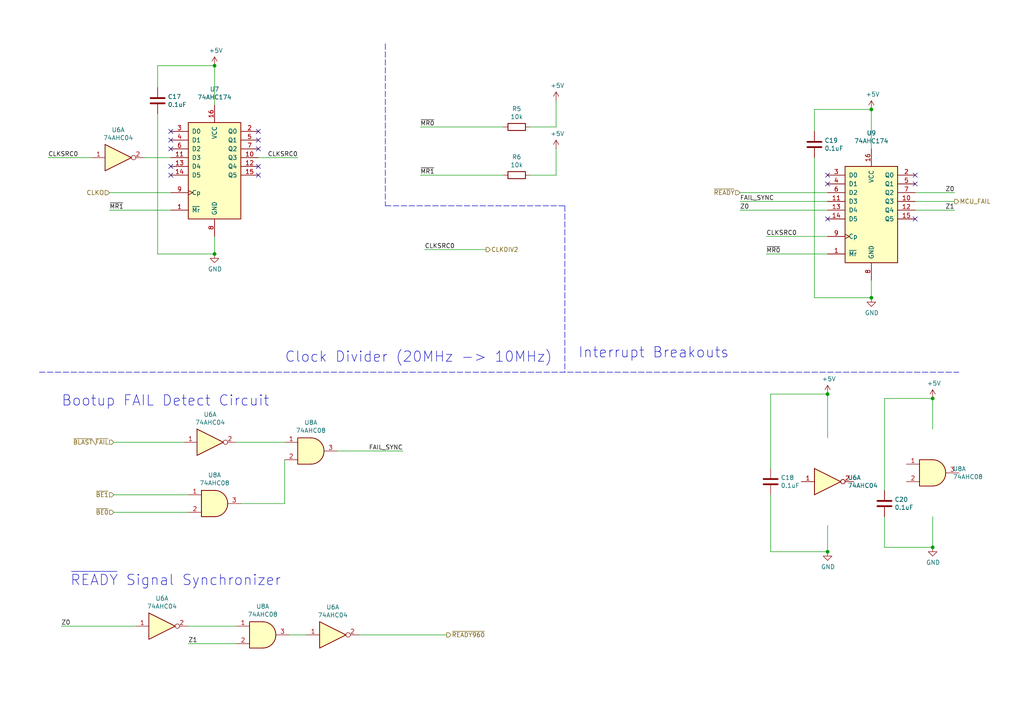
<source format=kicad_sch>
(kicad_sch (version 20211123) (generator eeschema)
  (paper "A4")
  (lib_symbols
    (symbol "74xx:74LS04"
      (property "Reference" "U" (at 0 1.27 0))
      (property "Value" "74LS04" (at 0 -1.27 0))
      (symbol "74LS04_1_0"
        (polyline (pts (xy -3.81 3.81) (xy -3.81 -3.81) (xy 3.81 0) (xy -3.81 3.81)) (stroke (width 0.254)) (fill (type background)))
        (pin input line (at -7.62 0 0) (length 3.81) (name "~") (number "1"))
        (pin output inverted (at 7.62 0 180) (length 3.81) (name "~") (number "2"))
      )
      (symbol "74LS04_2_0"
        (polyline (pts (xy -3.81 3.81) (xy -3.81 -3.81) (xy 3.81 0) (xy -3.81 3.81)) (stroke (width 0.254)) (fill (type background)))
        (pin input line (at -7.62 0 0) (length 3.81) (name "~") (number "3"))
        (pin output inverted (at 7.62 0 180) (length 3.81) (name "~") (number "4"))
      )
      (symbol "74LS04_3_0"
        (polyline (pts (xy -3.81 3.81) (xy -3.81 -3.81) (xy 3.81 0) (xy -3.81 3.81)) (stroke (width 0.254)) (fill (type background)))
        (pin input line (at -7.62 0 0) (length 3.81) (name "~") (number "5"))
        (pin output inverted (at 7.62 0 180) (length 3.81) (name "~") (number "6"))
      )
      (symbol "74LS04_4_0"
        (polyline (pts (xy -3.81 3.81) (xy -3.81 -3.81) (xy 3.81 0) (xy -3.81 3.81)) (stroke (width 0.254)) (fill (type background)))
        (pin output inverted (at 7.62 0 180) (length 3.81) (name "~") (number "8"))
        (pin input line (at -7.62 0 0) (length 3.81) (name "~") (number "9"))
      )
      (symbol "74LS04_5_0"
        (polyline (pts (xy -3.81 3.81) (xy -3.81 -3.81) (xy 3.81 0) (xy -3.81 3.81)) (stroke (width 0.254)) (fill (type background)))
        (pin output inverted (at 7.62 0 180) (length 3.81) (name "~") (number "10"))
        (pin input line (at -7.62 0 0) (length 3.81) (name "~") (number "11"))
      )
      (symbol "74LS04_6_0"
        (polyline (pts (xy -3.81 3.81) (xy -3.81 -3.81) (xy 3.81 0) (xy -3.81 3.81)) (stroke (width 0.254)) (fill (type background)))
        (pin output inverted (at 7.62 0 180) (length 3.81) (name "~") (number "12"))
        (pin input line (at -7.62 0 0) (length 3.81) (name "~") (number "13"))
      )
      (symbol "74LS04_7_0"
        (pin power_in line (at 0 12.7 270) (length 5.08) (name "VCC") (number "14"))
        (pin power_in line (at 0 -12.7 90) (length 5.08) (name "GND") (number "7"))
      )
      (symbol "74LS04_7_1"
        (rectangle (start -5.08 7.62) (end 5.08 -7.62) (stroke (width 0.254)) (fill (type background)))
      )
    )
    (symbol "74xx:74LS08" (pin_names (offset 1.016))
      (property "Reference" "U" (at 0 1.27 0))
      (property "Value" "74LS08" (at 0 -1.27 0))
      (symbol "74LS08_1_1"
        (arc (start 0 -3.81) (mid 3.81 0) (end 0 3.81) (stroke (width 0.254)) (fill (type background)))
        (polyline (pts (xy 0 3.81) (xy -3.81 3.81) (xy -3.81 -3.81) (xy 0 -3.81)) (stroke (width 0.254)) (fill (type background)))
        (pin input line (at -7.62 2.54 0) (length 3.81) (name "~") (number "1"))
        (pin input line (at -7.62 -2.54 0) (length 3.81) (name "~") (number "2"))
        (pin output line (at 7.62 0 180) (length 3.81) (name "~") (number "3"))
      )
      (symbol "74LS08_1_2"
        (arc (start -3.81 -3.81) (mid -2.589 0) (end -3.81 3.81) (stroke (width 0.254)))
        (arc (start -0.6096 -3.81) (mid 2.1855 -2.584) (end 3.81 0) (stroke (width 0.254)) (fill (type background)))
        (polyline (pts (xy -3.81 -3.81) (xy -0.635 -3.81)) (stroke (width 0.254)) (fill (type background)))
        (polyline (pts (xy -3.81 3.81) (xy -0.635 3.81)) (stroke (width 0.254)) (fill (type background)))
        (polyline (pts (xy -0.635 3.81) (xy -3.81 3.81) (xy -3.81 3.81) (xy -3.556 3.4036) (xy -3.0226 2.2606) (xy -2.6924 1.0414) (xy -2.6162 -0.254) (xy -2.7686 -1.4986) (xy -3.175 -2.7178) (xy -3.81 -3.81) (xy -3.81 -3.81) (xy -0.635 -3.81)) (stroke (width -25.4)) (fill (type background)))
        (arc (start 3.81 0) (mid 2.1928 2.5925) (end -0.6096 3.81) (stroke (width 0.254)) (fill (type background)))
        (pin input inverted (at -7.62 2.54 0) (length 4.318) (name "~") (number "1"))
        (pin input inverted (at -7.62 -2.54 0) (length 4.318) (name "~") (number "2"))
        (pin output inverted (at 7.62 0 180) (length 3.81) (name "~") (number "3"))
      )
      (symbol "74LS08_2_1"
        (arc (start 0 -3.81) (mid 3.81 0) (end 0 3.81) (stroke (width 0.254)) (fill (type background)))
        (polyline (pts (xy 0 3.81) (xy -3.81 3.81) (xy -3.81 -3.81) (xy 0 -3.81)) (stroke (width 0.254)) (fill (type background)))
        (pin input line (at -7.62 2.54 0) (length 3.81) (name "~") (number "4"))
        (pin input line (at -7.62 -2.54 0) (length 3.81) (name "~") (number "5"))
        (pin output line (at 7.62 0 180) (length 3.81) (name "~") (number "6"))
      )
      (symbol "74LS08_2_2"
        (arc (start -3.81 -3.81) (mid -2.589 0) (end -3.81 3.81) (stroke (width 0.254)))
        (arc (start -0.6096 -3.81) (mid 2.1855 -2.584) (end 3.81 0) (stroke (width 0.254)) (fill (type background)))
        (polyline (pts (xy -3.81 -3.81) (xy -0.635 -3.81)) (stroke (width 0.254)) (fill (type background)))
        (polyline (pts (xy -3.81 3.81) (xy -0.635 3.81)) (stroke (width 0.254)) (fill (type background)))
        (polyline (pts (xy -0.635 3.81) (xy -3.81 3.81) (xy -3.81 3.81) (xy -3.556 3.4036) (xy -3.0226 2.2606) (xy -2.6924 1.0414) (xy -2.6162 -0.254) (xy -2.7686 -1.4986) (xy -3.175 -2.7178) (xy -3.81 -3.81) (xy -3.81 -3.81) (xy -0.635 -3.81)) (stroke (width -25.4)) (fill (type background)))
        (arc (start 3.81 0) (mid 2.1928 2.5925) (end -0.6096 3.81) (stroke (width 0.254)) (fill (type background)))
        (pin input inverted (at -7.62 2.54 0) (length 4.318) (name "~") (number "4"))
        (pin input inverted (at -7.62 -2.54 0) (length 4.318) (name "~") (number "5"))
        (pin output inverted (at 7.62 0 180) (length 3.81) (name "~") (number "6"))
      )
      (symbol "74LS08_3_1"
        (arc (start 0 -3.81) (mid 3.81 0) (end 0 3.81) (stroke (width 0.254)) (fill (type background)))
        (polyline (pts (xy 0 3.81) (xy -3.81 3.81) (xy -3.81 -3.81) (xy 0 -3.81)) (stroke (width 0.254)) (fill (type background)))
        (pin input line (at -7.62 -2.54 0) (length 3.81) (name "~") (number "10"))
        (pin output line (at 7.62 0 180) (length 3.81) (name "~") (number "8"))
        (pin input line (at -7.62 2.54 0) (length 3.81) (name "~") (number "9"))
      )
      (symbol "74LS08_3_2"
        (arc (start -3.81 -3.81) (mid -2.589 0) (end -3.81 3.81) (stroke (width 0.254)))
        (arc (start -0.6096 -3.81) (mid 2.1855 -2.584) (end 3.81 0) (stroke (width 0.254)) (fill (type background)))
        (polyline (pts (xy -3.81 -3.81) (xy -0.635 -3.81)) (stroke (width 0.254)) (fill (type background)))
        (polyline (pts (xy -3.81 3.81) (xy -0.635 3.81)) (stroke (width 0.254)) (fill (type background)))
        (polyline (pts (xy -0.635 3.81) (xy -3.81 3.81) (xy -3.81 3.81) (xy -3.556 3.4036) (xy -3.0226 2.2606) (xy -2.6924 1.0414) (xy -2.6162 -0.254) (xy -2.7686 -1.4986) (xy -3.175 -2.7178) (xy -3.81 -3.81) (xy -3.81 -3.81) (xy -0.635 -3.81)) (stroke (width -25.4)) (fill (type background)))
        (arc (start 3.81 0) (mid 2.1928 2.5925) (end -0.6096 3.81) (stroke (width 0.254)) (fill (type background)))
        (pin input inverted (at -7.62 -2.54 0) (length 4.318) (name "~") (number "10"))
        (pin output inverted (at 7.62 0 180) (length 3.81) (name "~") (number "8"))
        (pin input inverted (at -7.62 2.54 0) (length 4.318) (name "~") (number "9"))
      )
      (symbol "74LS08_4_1"
        (arc (start 0 -3.81) (mid 3.81 0) (end 0 3.81) (stroke (width 0.254)) (fill (type background)))
        (polyline (pts (xy 0 3.81) (xy -3.81 3.81) (xy -3.81 -3.81) (xy 0 -3.81)) (stroke (width 0.254)) (fill (type background)))
        (pin output line (at 7.62 0 180) (length 3.81) (name "~") (number "11"))
        (pin input line (at -7.62 2.54 0) (length 3.81) (name "~") (number "12"))
        (pin input line (at -7.62 -2.54 0) (length 3.81) (name "~") (number "13"))
      )
      (symbol "74LS08_4_2"
        (arc (start -3.81 -3.81) (mid -2.589 0) (end -3.81 3.81) (stroke (width 0.254)))
        (arc (start -0.6096 -3.81) (mid 2.1855 -2.584) (end 3.81 0) (stroke (width 0.254)) (fill (type background)))
        (polyline (pts (xy -3.81 -3.81) (xy -0.635 -3.81)) (stroke (width 0.254)) (fill (type background)))
        (polyline (pts (xy -3.81 3.81) (xy -0.635 3.81)) (stroke (width 0.254)) (fill (type background)))
        (polyline (pts (xy -0.635 3.81) (xy -3.81 3.81) (xy -3.81 3.81) (xy -3.556 3.4036) (xy -3.0226 2.2606) (xy -2.6924 1.0414) (xy -2.6162 -0.254) (xy -2.7686 -1.4986) (xy -3.175 -2.7178) (xy -3.81 -3.81) (xy -3.81 -3.81) (xy -0.635 -3.81)) (stroke (width -25.4)) (fill (type background)))
        (arc (start 3.81 0) (mid 2.1928 2.5925) (end -0.6096 3.81) (stroke (width 0.254)) (fill (type background)))
        (pin output inverted (at 7.62 0 180) (length 3.81) (name "~") (number "11"))
        (pin input inverted (at -7.62 2.54 0) (length 4.318) (name "~") (number "12"))
        (pin input inverted (at -7.62 -2.54 0) (length 4.318) (name "~") (number "13"))
      )
      (symbol "74LS08_5_0"
        (pin power_in line (at 0 12.7 270) (length 5.08) (name "VCC") (number "14"))
        (pin power_in line (at 0 -12.7 90) (length 5.08) (name "GND") (number "7"))
      )
      (symbol "74LS08_5_1"
        (rectangle (start -5.08 7.62) (end 5.08 -7.62) (stroke (width 0.254)) (fill (type background)))
      )
    )
    (symbol "74xx:74LS174" (pin_names (offset 1.016))
      (property "Reference" "U" (at -7.62 13.97 0))
      (property "Value" "74LS174" (at -7.62 -16.51 0))
      (symbol "74LS174_1_0"
        (pin input line (at -12.7 -12.7 0) (length 5.08) (name "~{Mr}") (number "1"))
        (pin output line (at 12.7 2.54 180) (length 5.08) (name "Q3") (number "10"))
        (pin input line (at -12.7 2.54 0) (length 5.08) (name "D3") (number "11"))
        (pin output line (at 12.7 0 180) (length 5.08) (name "Q4") (number "12"))
        (pin input line (at -12.7 0 0) (length 5.08) (name "D4") (number "13"))
        (pin input line (at -12.7 -2.54 0) (length 5.08) (name "D5") (number "14"))
        (pin output line (at 12.7 -2.54 180) (length 5.08) (name "Q5") (number "15"))
        (pin power_in line (at 0 17.78 270) (length 5.08) (name "VCC") (number "16"))
        (pin output line (at 12.7 10.16 180) (length 5.08) (name "Q0") (number "2"))
        (pin input line (at -12.7 10.16 0) (length 5.08) (name "D0") (number "3"))
        (pin input line (at -12.7 7.62 0) (length 5.08) (name "D1") (number "4"))
        (pin output line (at 12.7 7.62 180) (length 5.08) (name "Q1") (number "5"))
        (pin input line (at -12.7 5.08 0) (length 5.08) (name "D2") (number "6"))
        (pin output line (at 12.7 5.08 180) (length 5.08) (name "Q2") (number "7"))
        (pin power_in line (at 0 -20.32 90) (length 5.08) (name "GND") (number "8"))
        (pin input clock (at -12.7 -7.62 0) (length 5.08) (name "Cp") (number "9"))
      )
      (symbol "74LS174_1_1"
        (rectangle (start -7.62 12.7) (end 7.62 -15.24) (stroke (width 0.254)) (fill (type background)))
      )
    )
    (symbol "Device:C" (pin_numbers hide) (pin_names (offset 0.254))
      (property "Reference" "C" (at 0.635 2.54 0))
      (property "Value" "C" (at 0.635 -2.54 0))
      (symbol "C_0_1"
        (polyline (pts (xy -2.032 -0.762) (xy 2.032 -0.762)) (stroke (width 0.508)))
        (polyline (pts (xy -2.032 0.762) (xy 2.032 0.762)) (stroke (width 0.508)))
      )
      (symbol "C_1_1"
        (pin passive line (at 0 3.81 270) (length 2.794) (name "~") (number "1"))
        (pin passive line (at 0 -3.81 90) (length 2.794) (name "~") (number "2"))
      )
    )
    (symbol "Device:R" (pin_numbers hide) (pin_names (offset 0))
      (property "Reference" "R" (at 2.032 0 90))
      (property "Value" "R" (at 0 0 90))
      (symbol "R_0_1"
        (rectangle (start -1.016 -2.54) (end 1.016 2.54) (stroke (width 0.254)))
      )
      (symbol "R_1_1"
        (pin passive line (at 0 3.81 270) (length 1.27) (name "~") (number "1"))
        (pin passive line (at 0 -3.81 90) (length 1.27) (name "~") (number "2"))
      )
    )
    (symbol "power:+5V" (power) (pin_names (offset 0))
      (property "Value" "+5V" (at 0 3.556 0))
      (symbol "+5V_0_1"
        (polyline (pts (xy -0.762 1.27) (xy 0 2.54)))
        (polyline (pts (xy 0 0) (xy 0 2.54)))
        (polyline (pts (xy 0 2.54) (xy 0.762 1.27)))
      )
      (symbol "+5V_1_1"
        (pin power_in line (at 0 0 90) (length 0) hide (name "+5V") (number "1"))
      )
    )
    (symbol "power:GND" (power) (pin_names (offset 0))
      (property "Value" "GND" (at 0 -3.81 0))
      (symbol "GND_0_1"
        (polyline (pts (xy 0 0) (xy 0 -1.27) (xy 1.27 -1.27) (xy 0 -2.54) (xy -1.27 -1.27) (xy 0 -1.27)))
      )
      (symbol "GND_1_1"
        (pin power_in line (at 0 0 270) (length 0) hide (name "GND") (number "1"))
      )
    )
  )
  (junction (at 270.51 158.75))
  (junction (at 62.23 73.66))
  (junction (at 252.73 86.36))
  (junction (at 240.03 114.3))
  (junction (at 270.51 115.57))
  (junction (at 62.23 19.05))
  (junction (at 240.03 160.02))
  (junction (at 252.73 31.75))
  (no_connect (at 265.43 50.8))
  (no_connect (at 265.43 53.34))
  (no_connect (at 49.53 50.8))
  (no_connect (at 265.43 63.5))
  (no_connect (at 74.93 50.8))
  (no_connect (at 49.53 43.18))
  (no_connect (at 74.93 48.26))
  (no_connect (at 240.03 50.8))
  (no_connect (at 240.03 53.34))
  (no_connect (at 49.53 48.26))
  (no_connect (at 240.03 63.5))
  (no_connect (at 74.93 40.64))
  (no_connect (at 74.93 43.18))
  (no_connect (at 74.93 38.1))
  (no_connect (at 49.53 38.1))
  (no_connect (at 49.53 40.64))
  (wire (pts (xy 240.03 55.88) (xy 214.63 55.88)))
  (wire (pts (xy 256.54 115.57) (xy 256.54 142.24)))
  (wire (pts (xy 270.51 158.75) (xy 270.51 149.86)))
  (wire (pts (xy 240.03 58.42) (xy 214.63 58.42)))
  (wire (pts (xy 62.23 19.05) (xy 45.72 19.05)))
  (wire (pts (xy 256.54 149.86) (xy 256.54 158.75)))
  (polyline (pts (xy 111.76 12.7) (xy 111.76 59.69)))
  (wire (pts (xy 62.23 30.48) (xy 62.23 19.05)))
  (wire (pts (xy 33.02 143.51) (xy 54.61 143.51)))
  (wire (pts (xy 121.92 36.83) (xy 146.05 36.83)))
  (wire (pts (xy 45.72 19.05) (xy 45.72 25.4)))
  (wire (pts (xy 236.22 45.72) (xy 236.22 86.36)))
  (wire (pts (xy 54.61 181.61) (xy 68.58 181.61)))
  (wire (pts (xy 265.43 60.96) (xy 276.86 60.96)))
  (wire (pts (xy 265.43 55.88) (xy 276.86 55.88)))
  (wire (pts (xy 13.97 45.72) (xy 26.67 45.72)))
  (wire (pts (xy 82.55 146.05) (xy 82.55 133.35)))
  (wire (pts (xy 49.53 55.88) (xy 31.75 55.88)))
  (wire (pts (xy 54.61 186.69) (xy 68.58 186.69)))
  (wire (pts (xy 240.03 73.66) (xy 222.25 73.66)))
  (wire (pts (xy 68.58 128.27) (xy 82.55 128.27)))
  (wire (pts (xy 240.03 68.58) (xy 222.25 68.58)))
  (wire (pts (xy 223.52 114.3) (xy 223.52 135.89)))
  (wire (pts (xy 240.03 127) (xy 240.03 114.3)))
  (wire (pts (xy 62.23 73.66) (xy 62.23 68.58)))
  (wire (pts (xy 41.91 45.72) (xy 49.53 45.72)))
  (wire (pts (xy 69.85 146.05) (xy 82.55 146.05)))
  (wire (pts (xy 123.19 72.39) (xy 140.97 72.39)))
  (wire (pts (xy 256.54 158.75) (xy 270.51 158.75)))
  (wire (pts (xy 17.78 181.61) (xy 39.37 181.61)))
  (wire (pts (xy 270.51 124.46) (xy 270.51 115.57)))
  (wire (pts (xy 270.51 115.57) (xy 256.54 115.57)))
  (wire (pts (xy 161.29 29.21) (xy 161.29 36.83)))
  (wire (pts (xy 153.67 50.8) (xy 161.29 50.8)))
  (wire (pts (xy 276.86 58.42) (xy 265.43 58.42)))
  (wire (pts (xy 45.72 33.02) (xy 45.72 73.66)))
  (wire (pts (xy 240.03 160.02) (xy 240.03 152.4)))
  (wire (pts (xy 104.14 184.15) (xy 129.54 184.15)))
  (wire (pts (xy 116.84 130.81) (xy 97.79 130.81)))
  (wire (pts (xy 74.93 45.72) (xy 86.36 45.72)))
  (wire (pts (xy 236.22 31.75) (xy 236.22 38.1)))
  (wire (pts (xy 49.53 60.96) (xy 31.75 60.96)))
  (wire (pts (xy 252.73 86.36) (xy 252.73 81.28)))
  (wire (pts (xy 54.61 148.59) (xy 33.02 148.59)))
  (wire (pts (xy 252.73 43.18) (xy 252.73 31.75)))
  (wire (pts (xy 252.73 31.75) (xy 236.22 31.75)))
  (wire (pts (xy 88.9 184.15) (xy 83.82 184.15)))
  (wire (pts (xy 240.03 114.3) (xy 223.52 114.3)))
  (polyline (pts (xy 11.43 107.95) (xy 278.13 107.95)))
  (wire (pts (xy 161.29 43.18) (xy 161.29 50.8)))
  (polyline (pts (xy 111.76 59.69) (xy 163.83 59.69)))
  (polyline (pts (xy 163.83 59.69) (xy 163.83 107.95)))
  (wire (pts (xy 121.92 50.8) (xy 146.05 50.8)))
  (wire (pts (xy 236.22 86.36) (xy 252.73 86.36)))
  (wire (pts (xy 240.03 60.96) (xy 214.63 60.96)))
  (wire (pts (xy 223.52 143.51) (xy 223.52 160.02)))
  (wire (pts (xy 223.52 160.02) (xy 240.03 160.02)))
  (wire (pts (xy 53.34 128.27) (xy 33.02 128.27)))
  (wire (pts (xy 153.67 36.83) (xy 161.29 36.83)))
  (wire (pts (xy 45.72 73.66) (xy 62.23 73.66)))
  (text "Interrupt Breakouts" (at 167.64 104.14 0) (effects (font (size 2.9972 2.9972)) (justify left bottom)))
  (text "Clock Divider (20MHz -> 10MHz)" (at 82.55 105.41 0) (effects (font (size 2.9972 2.9972)) (justify left bottom)))
  (text "Bootup FAIL Detect Circuit" (at 17.78 118.11 0) (effects (font (size 2.9972 2.9972)) (justify left bottom)))
  (text "~{READY} Signal Synchronizer" (at 20.32 170.18 0) (effects (font (size 2.9972 2.9972)) (justify left bottom)))
  (label "FAIL_SYNC" (at 116.84 130.81 180))
  (label "FAIL_SYNC" (at 214.63 58.42 0))
  (label "~{MR0}" (at 121.92 36.83 0))
  (label "CLKSRC0" (at 123.19 72.39 0))
  (label "CLKSRC0" (at 222.25 68.58 0) (effects (font (size 1.2954 1.2954))))
  (label "CLKSRC0" (at 13.97 45.72 0))
  (label "~{MR1}" (at 31.75 60.96 0))
  (label "Z0" (at 276.86 55.88 180) (effects (font (size 1.2954 1.2954))))
  (label "Z1" (at 54.61 186.69 0) (effects (font (size 1.2954 1.2954))))
  (label "~{MR0}" (at 222.25 73.66 0))
  (label "~{MR1}" (at 121.92 50.8 0))
  (label "Z1" (at 276.86 60.96 180) (effects (font (size 1.2954 1.2954))))
  (label "CLKSRC0" (at 86.36 45.72 180))
  (label "Z0" (at 17.78 181.61 0) (effects (font (size 1.2954 1.2954))))
  (label "Z0" (at 214.63 60.96 0) (effects (font (size 1.2954 1.2954))))
  (hierarchical_label "~{READY960}" (shape output) (at 129.54 184.15 0))
  (hierarchical_label "~{BE1}" (shape input) (at 33.02 143.51 180))
  (hierarchical_label "CLKDIV2" (shape output) (at 140.97 72.39 0))
  (hierarchical_label "MCU_FAIL" (shape output) (at 276.86 58.42 0))
  (hierarchical_label "~{BE0}" (shape input) (at 33.02 148.59 180))
  (hierarchical_label "~{BLAST}\\~{FAIL}" (shape input) (at 33.02 128.27 180))
  (hierarchical_label "CLKO" (shape input) (at 31.75 55.88 180) (effects (font (size 1.2954 1.2954))))
  (hierarchical_label "~{READY}" (shape input) (at 214.63 55.88 180) (effects (font (size 1.2954 1.2954))))
  (symbol (lib_id "power:+5V") (at 161.29 43.18 0)
    (property "Reference" "#PWR021" (effects hide))
    (property "Value" "+5V" (at 161.671 38.7858 0))
  )
  (symbol (lib_id "Device:R") (at 149.86 50.8 270)
    (property "Reference" "R6" (at 149.86 45.5422 90))
    (property "Value" "10k" (at 149.86 47.8536 90))
    (property "Footprint" "Resistor_SMD:R_0805_2012Metric_Pad1.20x1.40mm_HandSolder" (effects hide))
  )
  (symbol (lib_id "74xx:74LS174") (at 62.23 48.26 0)
    (property "Reference" "U7" (at 62.23 25.8826 0))
    (property "Value" "74AHC174" (at 62.23 28.194 0))
    (property "Footprint" "Package_SO:SOIC-16_3.9x9.9mm_P1.27mm" (effects hide))
    (property "Datasheet" "http://www.ti.com/lit/gpn/sn74LS174" (effects hide))
  )
  (symbol (lib_id "Device:C") (at 45.72 29.21 0)
    (property "Reference" "C17" (at 48.641 28.0416 0) (effects (justify left)))
    (property "Value" "0.1uF" (at 48.641 30.353 0) (effects (justify left)))
    (property "Footprint" "Capacitor_SMD:C_0805_2012Metric_Pad1.18x1.45mm_HandSolder" (effects hide))
  )
  (symbol (lib_id "power:+5V") (at 62.23 19.05 0)
    (property "Reference" "#PWR018" (effects hide))
    (property "Value" "+5V" (at 62.611 14.6558 0))
  )
  (symbol (lib_id "power:GND") (at 62.23 73.66 0)
    (property "Reference" "#PWR019" (effects hide))
    (property "Value" "GND" (at 62.357 78.0542 0))
  )
  (symbol (lib_id "74xx:74LS08") (at 76.2 184.15 0)
    (property "Reference" "U8" (at 76.2 175.895 0))
    (property "Value" "74AHC08" (at 76.2 178.2064 0))
    (property "Footprint" "Package_SO:SOIC-14_3.9x8.7mm_P1.27mm" (effects hide))
    (property "Datasheet" "http://www.ti.com/lit/gpn/sn74LS08" (effects hide))
  )
  (symbol (lib_id "74xx:74LS04") (at 96.52 184.15 0)
    (property "Reference" "U6" (at 96.52 176.0982 0))
    (property "Value" "74AHC04" (at 96.52 178.4096 0))
    (property "Footprint" "Package_SO:SOIC-14_3.9x8.7mm_P1.27mm" (effects hide))
    (property "Datasheet" "http://www.ti.com/lit/gpn/sn74LS04" (effects hide))
  )
  (symbol (lib_id "power:+5V") (at 161.29 29.21 0)
    (property "Reference" "#PWR020" (effects hide))
    (property "Value" "+5V" (at 161.671 24.8158 0))
  )
  (symbol (lib_id "Device:R") (at 149.86 36.83 270)
    (property "Reference" "R5" (at 149.86 31.5722 90))
    (property "Value" "10k" (at 149.86 33.8836 90))
    (property "Footprint" "Resistor_SMD:R_0805_2012Metric_Pad1.20x1.40mm_HandSolder" (effects hide))
  )
  (symbol (lib_id "74xx:74LS04") (at 34.29 45.72 0)
    (property "Reference" "U6" (at 34.29 37.6682 0))
    (property "Value" "74AHC04" (at 34.29 39.9796 0))
    (property "Footprint" "Package_SO:SOIC-14_3.9x8.7mm_P1.27mm" (effects hide))
    (property "Datasheet" "http://www.ti.com/lit/gpn/sn74LS04" (effects hide))
  )
  (symbol (lib_id "74xx:74LS04") (at 60.96 128.27 0)
    (property "Reference" "U6" (at 60.96 120.2182 0))
    (property "Value" "74AHC04" (at 60.96 122.5296 0))
    (property "Footprint" "Package_SO:SOIC-14_3.9x8.7mm_P1.27mm" (effects hide))
    (property "Datasheet" "http://www.ti.com/lit/gpn/sn74LS04" (effects hide))
  )
  (symbol (lib_id "74xx:74LS04") (at 46.99 181.61 0)
    (property "Reference" "U6" (at 46.99 173.5582 0))
    (property "Value" "74AHC04" (at 46.99 175.8696 0))
    (property "Footprint" "Package_SO:SOIC-14_3.9x8.7mm_P1.27mm" (effects hide))
    (property "Datasheet" "http://www.ti.com/lit/gpn/sn74LS04" (effects hide))
  )
  (symbol (lib_id "74xx:74LS08") (at 90.17 130.81 0)
    (property "Reference" "U8" (at 90.17 122.555 0))
    (property "Value" "74AHC08" (at 90.17 124.8664 0))
    (property "Footprint" "Package_SO:SOIC-14_3.9x8.7mm_P1.27mm" (effects hide))
    (property "Datasheet" "http://www.ti.com/lit/gpn/sn74LS08" (effects hide))
  )
  (symbol (lib_id "74xx:74LS08") (at 62.23 146.05 0)
    (property "Reference" "U8" (at 62.23 137.795 0))
    (property "Value" "74AHC08" (at 62.23 140.1064 0))
    (property "Footprint" "Package_SO:SOIC-14_3.9x8.7mm_P1.27mm" (effects hide))
    (property "Datasheet" "http://www.ti.com/lit/gpn/sn74LS08" (effects hide))
  )
  (symbol (lib_id "power:+5V") (at 270.51 115.57 0)
    (property "Reference" "#PWR033" (effects hide))
    (property "Value" "+5V" (at 270.891 111.1758 0))
  )
  (symbol (lib_id "power:GND") (at 270.51 158.75 0)
    (property "Reference" "#PWR034" (effects hide))
    (property "Value" "GND" (at 270.637 163.1442 0))
  )
  (symbol (lib_id "Device:C") (at 256.54 146.05 0)
    (property "Reference" "C20" (at 259.461 144.8816 0) (effects (justify left)))
    (property "Value" "0.1uF" (at 259.461 147.193 0) (effects (justify left)))
    (property "Footprint" "Capacitor_SMD:C_0805_2012Metric_Pad1.18x1.45mm_HandSolder" (effects hide))
  )
  (symbol (lib_id "74xx:74LS08") (at 270.51 137.16 0)
    (property "Reference" "U8" (at 276.352 135.9916 0) (effects (justify left)))
    (property "Value" "74AHC08" (at 276.352 138.303 0) (effects (justify left)))
    (property "Footprint" "Package_SO:SOIC-14_3.9x8.7mm_P1.27mm" (effects hide))
    (property "Datasheet" "http://www.ti.com/lit/gpn/sn74LS08" (effects hide))
  )
  (symbol (lib_id "74xx:74LS04") (at 240.03 139.7 0)
    (property "Reference" "U6" (at 245.872 138.5316 0) (effects (justify left)))
    (property "Value" "74AHC04" (at 245.872 140.843 0) (effects (justify left)))
    (property "Footprint" "Package_SO:SOIC-14_3.9x8.7mm_P1.27mm" (effects hide))
    (property "Datasheet" "http://www.ti.com/lit/gpn/sn74LS04" (effects hide))
  )
  (symbol (lib_id "power:+5V") (at 240.03 114.3 0)
    (property "Reference" "#PWR027" (effects hide))
    (property "Value" "+5V" (at 240.411 109.9058 0))
  )
  (symbol (lib_id "Device:C") (at 223.52 139.7 0)
    (property "Reference" "C18" (at 226.441 138.5316 0) (effects (justify left)))
    (property "Value" "0.1uF" (at 226.441 140.843 0) (effects (justify left)))
    (property "Footprint" "Capacitor_SMD:C_0805_2012Metric_Pad1.18x1.45mm_HandSolder" (effects hide))
  )
  (symbol (lib_id "power:GND") (at 240.03 160.02 0)
    (property "Reference" "#PWR028" (effects hide))
    (property "Value" "GND" (at 240.157 164.4142 0))
  )
  (symbol (lib_id "74xx:74LS174") (at 252.73 60.96 0)
    (property "Reference" "U9" (at 252.73 38.5826 0))
    (property "Value" "74AHC174" (at 252.73 40.894 0))
    (property "Footprint" "Package_SO:SOIC-16_3.9x9.9mm_P1.27mm" (effects hide))
    (property "Datasheet" "http://www.ti.com/lit/gpn/sn74LS174" (effects hide))
  )
  (symbol (lib_id "Device:C") (at 236.22 41.91 0)
    (property "Reference" "C19" (at 239.141 40.7416 0) (effects (justify left)))
    (property "Value" "0.1uF" (at 239.141 43.053 0) (effects (justify left)))
    (property "Footprint" "Capacitor_SMD:C_0805_2012Metric_Pad1.18x1.45mm_HandSolder" (effects hide))
  )
  (symbol (lib_id "power:+5V") (at 252.73 31.75 0)
    (property "Reference" "#PWR029" (effects hide))
    (property "Value" "+5V" (at 253.111 27.3558 0))
  )
  (symbol (lib_id "power:GND") (at 252.73 86.36 0)
    (property "Reference" "#PWR030" (effects hide))
    (property "Value" "GND" (at 252.857 90.7542 0))
  )
)
</source>
